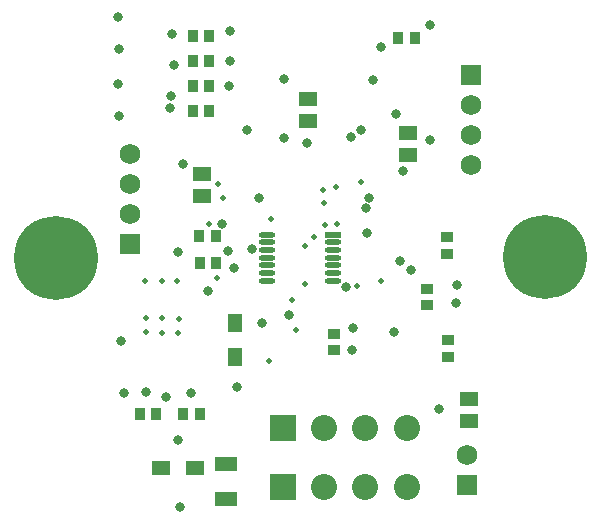
<source format=gbr>
%TF.GenerationSoftware,Altium Limited,Altium Designer,20.0.13 (296)*%
G04 Layer_Color=16711935*
%FSLAX25Y25*%
%MOIN*%
%TF.FileFunction,Soldermask,Bot*%
%TF.Part,Single*%
G01*
G75*
%TA.AperFunction,SMDPad,CuDef*%
%ADD44R,0.05131X0.06115*%
%ADD45R,0.05918X0.04540*%
%ADD46O,0.05394X0.01968*%
%ADD47R,0.05394X0.01968*%
%ADD48R,0.07493X0.04934*%
%ADD49R,0.03556X0.04343*%
%ADD50R,0.04343X0.03556*%
%ADD51R,0.06115X0.05131*%
%TA.AperFunction,ComponentPad*%
%ADD52C,0.08674*%
%ADD53R,0.08674X0.08674*%
%ADD54R,0.06800X0.06800*%
%ADD55C,0.06800*%
%ADD56C,0.27965*%
%TA.AperFunction,ViaPad*%
%ADD57C,0.03162*%
%ADD58C,0.01981*%
D44*
X555031Y158685D02*
D03*
Y169905D02*
D03*
D45*
X544030Y219597D02*
D03*
Y212314D02*
D03*
X579526Y244437D02*
D03*
Y237154D02*
D03*
X612721Y225909D02*
D03*
Y233192D02*
D03*
X633000Y144500D02*
D03*
Y137216D02*
D03*
D46*
X565851Y183977D02*
D03*
Y186537D02*
D03*
Y189097D02*
D03*
Y191657D02*
D03*
Y194217D02*
D03*
Y196777D02*
D03*
Y199337D02*
D03*
X587851Y183977D02*
D03*
Y186537D02*
D03*
Y189097D02*
D03*
Y191657D02*
D03*
Y194217D02*
D03*
Y196777D02*
D03*
D47*
Y199337D02*
D03*
D48*
X552000Y111193D02*
D03*
Y122807D02*
D03*
D49*
X615024Y264763D02*
D03*
X609512D02*
D03*
X546537Y240640D02*
D03*
X541025D02*
D03*
X546537Y265605D02*
D03*
X541025D02*
D03*
X546537Y257284D02*
D03*
X541025D02*
D03*
X546537Y248962D02*
D03*
X541025D02*
D03*
X543097Y198758D02*
D03*
X548609D02*
D03*
X543323Y189736D02*
D03*
X548835D02*
D03*
X543256Y139500D02*
D03*
X537744D02*
D03*
X528833Y139484D02*
D03*
X523321D02*
D03*
D50*
X588171Y166249D02*
D03*
Y160738D02*
D03*
X619073Y181265D02*
D03*
Y175753D02*
D03*
X625683Y198414D02*
D03*
Y192902D02*
D03*
X626183Y158586D02*
D03*
Y164098D02*
D03*
D51*
X530390Y121500D02*
D03*
X541610D02*
D03*
D52*
X598453Y115033D02*
D03*
X584674D02*
D03*
Y134718D02*
D03*
X598453D02*
D03*
X612233D02*
D03*
Y115033D02*
D03*
D53*
X570894D02*
D03*
Y134718D02*
D03*
D54*
X632500Y115961D02*
D03*
X520139Y196137D02*
D03*
X633638Y252554D02*
D03*
D55*
X632500Y125961D02*
D03*
X520139Y226137D02*
D03*
Y206137D02*
D03*
Y216137D02*
D03*
X633638Y222554D02*
D03*
Y242554D02*
D03*
Y232554D02*
D03*
D56*
X495469Y191607D02*
D03*
X658523Y191869D02*
D03*
D57*
X598907Y199863D02*
D03*
X599549Y211605D02*
D03*
X598553Y208143D02*
D03*
X592000Y181833D02*
D03*
X554583Y188124D02*
D03*
X560797Y194669D02*
D03*
X552779Y193870D02*
D03*
X573182Y172442D02*
D03*
X562999Y211675D02*
D03*
X550662Y202863D02*
D03*
X601079Y250744D02*
D03*
X611007Y220676D02*
D03*
X610056Y190386D02*
D03*
X607977Y166718D02*
D03*
X571460Y251135D02*
D03*
X531900Y145297D02*
D03*
X559179Y234178D02*
D03*
X536610Y108608D02*
D03*
X517109Y163801D02*
D03*
X596928Y234133D02*
D03*
X545942Y180578D02*
D03*
X540353Y146526D02*
D03*
X555546Y148403D02*
D03*
X620022Y230882D02*
D03*
X533864Y245607D02*
D03*
X553138Y248837D02*
D03*
X553455Y257251D02*
D03*
X533209Y241490D02*
D03*
X534004Y266329D02*
D03*
X534770Y255897D02*
D03*
X594007Y160716D02*
D03*
X516063Y271997D02*
D03*
X516425Y261227D02*
D03*
X516031Y249464D02*
D03*
X516379Y238966D02*
D03*
X537640Y222783D02*
D03*
X608696Y239446D02*
D03*
X629082Y182595D02*
D03*
X628868Y176372D02*
D03*
X594271Y168156D02*
D03*
X525412Y146894D02*
D03*
X518172Y146559D02*
D03*
X571304Y231365D02*
D03*
X563949Y169868D02*
D03*
X593819Y231747D02*
D03*
X613836Y187672D02*
D03*
X579195Y229878D02*
D03*
X536026Y193604D02*
D03*
X620128Y269240D02*
D03*
X603624Y261821D02*
D03*
X553488Y267336D02*
D03*
X622921Y141068D02*
D03*
X535945Y130725D02*
D03*
D58*
X597000Y217000D02*
D03*
X578505Y182768D02*
D03*
X566257Y157135D02*
D03*
X575311Y167361D02*
D03*
X595668Y182206D02*
D03*
X573895Y177609D02*
D03*
X567000Y204500D02*
D03*
X546345Y202849D02*
D03*
X550892Y211402D02*
D03*
X578500Y195500D02*
D03*
X581463Y198422D02*
D03*
X584621Y210018D02*
D03*
X549389Y216043D02*
D03*
X589024Y202985D02*
D03*
X588617Y215207D02*
D03*
X584271Y214098D02*
D03*
X585000Y202500D02*
D03*
X536098Y166442D02*
D03*
X536243Y171330D02*
D03*
X549060Y184862D02*
D03*
X525488Y166720D02*
D03*
X530724Y166383D02*
D03*
X535868Y184012D02*
D03*
X530754D02*
D03*
X525020D02*
D03*
X530822Y171539D02*
D03*
X525460Y171459D02*
D03*
X603826Y183794D02*
D03*
%TF.MD5,fd8cab507763ae078ebbab916ec46cd3*%
M02*

</source>
